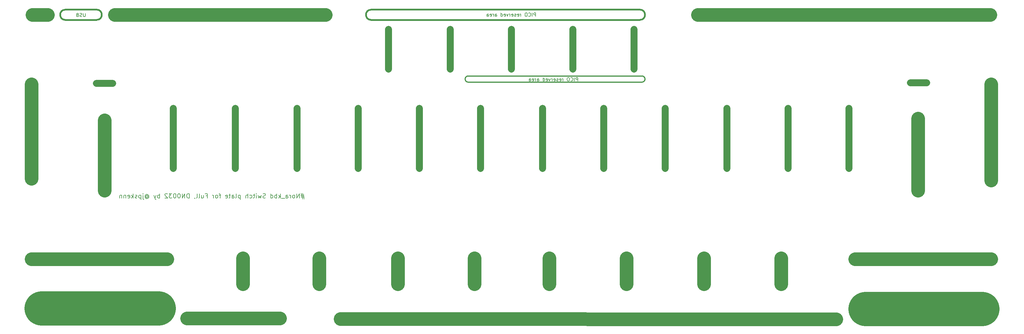
<source format=gbo>
%TF.GenerationSoftware,KiCad,Pcbnew,(6.0.1-0)*%
%TF.CreationDate,2022-02-13T11:08:50+09:00*%
%TF.ProjectId,keyplate,6b657970-6c61-4746-952e-6b696361645f,rev?*%
%TF.SameCoordinates,Original*%
%TF.FileFunction,Legend,Bot*%
%TF.FilePolarity,Positive*%
%FSLAX46Y46*%
G04 Gerber Fmt 4.6, Leading zero omitted, Abs format (unit mm)*
G04 Created by KiCad (PCBNEW (6.0.1-0)) date 2022-02-13 11:08:50*
%MOMM*%
%LPD*%
G01*
G04 APERTURE LIST*
%ADD10C,2.000000*%
%ADD11C,4.000000*%
%ADD12C,0.500000*%
%ADD13C,0.300000*%
%ADD14C,10.000000*%
%ADD15C,0.150000*%
G04 APERTURE END LIST*
D10*
X139800000Y-25000000D02*
X139800000Y-36600000D01*
X59300000Y-48050000D02*
X59300000Y-65550000D01*
D11*
X211776553Y-20759719D02*
X296776553Y-20759719D01*
D10*
X157600000Y-25000000D02*
X157600000Y-36600000D01*
D11*
X213500000Y-91750000D02*
X213500000Y-99250000D01*
X124500000Y-91750000D02*
X124500000Y-99250000D01*
D12*
X194900000Y-22259719D02*
G75*
G03*
X194900000Y-19259719I0J1500000D01*
G01*
D10*
X166600000Y-48050000D02*
X166600000Y-65550000D01*
X36875000Y-40750000D02*
X41625000Y-40750000D01*
D12*
X36976553Y-22259719D02*
G75*
G03*
X36976553Y-19259719I0J1500000D01*
G01*
D13*
X195499124Y-38600000D02*
X145100000Y-38595013D01*
D11*
X275776553Y-51009719D02*
X275776553Y-72009719D01*
X297000000Y-92000000D02*
X257500000Y-92000000D01*
D10*
X130800000Y-48050000D02*
X130800000Y-65550000D01*
D11*
X101646553Y-91750000D02*
X101646553Y-99250000D01*
X236000000Y-91750000D02*
X236000000Y-99250000D01*
D14*
X20975000Y-106379719D02*
X55025000Y-106379719D01*
D11*
X18026553Y-41009719D02*
X18026553Y-68509719D01*
X146800000Y-91750000D02*
X146800000Y-99250000D01*
D12*
X27876553Y-22259719D02*
X36976553Y-22259719D01*
X116776553Y-19259719D02*
G75*
G03*
X116776553Y-22259719I0J-1500000D01*
G01*
D10*
X273525000Y-40600000D02*
X278275000Y-40600000D01*
X193200000Y-25000000D02*
X193200000Y-36600000D01*
D13*
X145100000Y-38595013D02*
G75*
G03*
X145000588Y-40398251I-89943J-899401D01*
G01*
D14*
X260500000Y-106500000D02*
X294500000Y-106500000D01*
D11*
X90250000Y-109250000D02*
X63250000Y-109250000D01*
X191000000Y-91750000D02*
X191000000Y-99250000D01*
D10*
X238000000Y-48050000D02*
X238000000Y-65550000D01*
D12*
X116776553Y-19259719D02*
X194900000Y-19259719D01*
D11*
X107846553Y-109379719D02*
X252000000Y-109500000D01*
D10*
X77276553Y-48050000D02*
X77276553Y-65550000D01*
X121800000Y-25000000D02*
X121800000Y-36600000D01*
X95250000Y-48050000D02*
X95250000Y-65550000D01*
X113000000Y-48050000D02*
X113000000Y-65550000D01*
D12*
X116776553Y-22259719D02*
X194900000Y-22259719D01*
D10*
X255700000Y-48050000D02*
X255700000Y-65550000D01*
X202250000Y-48050000D02*
X202250000Y-65550000D01*
D11*
X39276553Y-51509719D02*
X39276553Y-72009719D01*
X168600000Y-91750000D02*
X168600000Y-99250000D01*
D13*
X145000588Y-40398251D02*
X195450297Y-40400010D01*
D11*
X42250000Y-20759719D02*
X103526553Y-20759719D01*
D12*
X27876553Y-19259719D02*
G75*
G03*
X27876553Y-22259719I0J-1500000D01*
G01*
D11*
X297026553Y-41009719D02*
X297026553Y-69000000D01*
D10*
X220250000Y-48050000D02*
X220250000Y-65550000D01*
D11*
X57500000Y-92000000D02*
X18000000Y-92000000D01*
D10*
X148600000Y-48050000D02*
X148600000Y-65550000D01*
D13*
X195450297Y-40400009D02*
G75*
G03*
X195499124Y-38600000I49353J899328D01*
G01*
D11*
X18263277Y-20750000D02*
X22736724Y-20750000D01*
X79500000Y-91750000D02*
X79500000Y-99250000D01*
D10*
X184400000Y-48050000D02*
X184400000Y-65550000D01*
D12*
X27876553Y-19259719D02*
X36976553Y-19259719D01*
D10*
X175400000Y-25000000D02*
X175400000Y-36600000D01*
D15*
X176864404Y-40052380D02*
X176864404Y-39052380D01*
X176483452Y-39052380D01*
X176388214Y-39100000D01*
X176340595Y-39147619D01*
X176292976Y-39242857D01*
X176292976Y-39385714D01*
X176340595Y-39480952D01*
X176388214Y-39528571D01*
X176483452Y-39576190D01*
X176864404Y-39576190D01*
X175864404Y-40052380D02*
X175864404Y-39052380D01*
X174816785Y-39957142D02*
X174864404Y-40004761D01*
X175007261Y-40052380D01*
X175102500Y-40052380D01*
X175245357Y-40004761D01*
X175340595Y-39909523D01*
X175388214Y-39814285D01*
X175435833Y-39623809D01*
X175435833Y-39480952D01*
X175388214Y-39290476D01*
X175340595Y-39195238D01*
X175245357Y-39100000D01*
X175102500Y-39052380D01*
X175007261Y-39052380D01*
X174864404Y-39100000D01*
X174816785Y-39147619D01*
X174197738Y-39052380D02*
X174007261Y-39052380D01*
X173912023Y-39100000D01*
X173816785Y-39195238D01*
X173769166Y-39385714D01*
X173769166Y-39719047D01*
X173816785Y-39909523D01*
X173912023Y-40004761D01*
X174007261Y-40052380D01*
X174197738Y-40052380D01*
X174292976Y-40004761D01*
X174388214Y-39909523D01*
X174435833Y-39719047D01*
X174435833Y-39385714D01*
X174388214Y-39195238D01*
X174292976Y-39100000D01*
X174197738Y-39052380D01*
X172578690Y-40052380D02*
X172578690Y-39385714D01*
X172578690Y-39576190D02*
X172531071Y-39480952D01*
X172483452Y-39433333D01*
X172388214Y-39385714D01*
X172292976Y-39385714D01*
X171578690Y-40004761D02*
X171673928Y-40052380D01*
X171864404Y-40052380D01*
X171959642Y-40004761D01*
X172007261Y-39909523D01*
X172007261Y-39528571D01*
X171959642Y-39433333D01*
X171864404Y-39385714D01*
X171673928Y-39385714D01*
X171578690Y-39433333D01*
X171531071Y-39528571D01*
X171531071Y-39623809D01*
X172007261Y-39719047D01*
X171150119Y-40004761D02*
X171054880Y-40052380D01*
X170864404Y-40052380D01*
X170769166Y-40004761D01*
X170721547Y-39909523D01*
X170721547Y-39861904D01*
X170769166Y-39766666D01*
X170864404Y-39719047D01*
X171007261Y-39719047D01*
X171102500Y-39671428D01*
X171150119Y-39576190D01*
X171150119Y-39528571D01*
X171102500Y-39433333D01*
X171007261Y-39385714D01*
X170864404Y-39385714D01*
X170769166Y-39433333D01*
X169912023Y-40004761D02*
X170007261Y-40052380D01*
X170197738Y-40052380D01*
X170292976Y-40004761D01*
X170340595Y-39909523D01*
X170340595Y-39528571D01*
X170292976Y-39433333D01*
X170197738Y-39385714D01*
X170007261Y-39385714D01*
X169912023Y-39433333D01*
X169864404Y-39528571D01*
X169864404Y-39623809D01*
X170340595Y-39719047D01*
X169435833Y-40052380D02*
X169435833Y-39385714D01*
X169435833Y-39576190D02*
X169388214Y-39480952D01*
X169340595Y-39433333D01*
X169245357Y-39385714D01*
X169150119Y-39385714D01*
X168912023Y-39385714D02*
X168673928Y-40052380D01*
X168435833Y-39385714D01*
X167673928Y-40004761D02*
X167769166Y-40052380D01*
X167959642Y-40052380D01*
X168054880Y-40004761D01*
X168102500Y-39909523D01*
X168102500Y-39528571D01*
X168054880Y-39433333D01*
X167959642Y-39385714D01*
X167769166Y-39385714D01*
X167673928Y-39433333D01*
X167626309Y-39528571D01*
X167626309Y-39623809D01*
X168102500Y-39719047D01*
X166769166Y-40052380D02*
X166769166Y-39052380D01*
X166769166Y-40004761D02*
X166864404Y-40052380D01*
X167054880Y-40052380D01*
X167150119Y-40004761D01*
X167197738Y-39957142D01*
X167245357Y-39861904D01*
X167245357Y-39576190D01*
X167197738Y-39480952D01*
X167150119Y-39433333D01*
X167054880Y-39385714D01*
X166864404Y-39385714D01*
X166769166Y-39433333D01*
X165102500Y-40052380D02*
X165102500Y-39528571D01*
X165150119Y-39433333D01*
X165245357Y-39385714D01*
X165435833Y-39385714D01*
X165531071Y-39433333D01*
X165102500Y-40004761D02*
X165197738Y-40052380D01*
X165435833Y-40052380D01*
X165531071Y-40004761D01*
X165578690Y-39909523D01*
X165578690Y-39814285D01*
X165531071Y-39719047D01*
X165435833Y-39671428D01*
X165197738Y-39671428D01*
X165102500Y-39623809D01*
X164626309Y-40052380D02*
X164626309Y-39385714D01*
X164626309Y-39576190D02*
X164578690Y-39480952D01*
X164531071Y-39433333D01*
X164435833Y-39385714D01*
X164340595Y-39385714D01*
X163626309Y-40004761D02*
X163721547Y-40052380D01*
X163912023Y-40052380D01*
X164007261Y-40004761D01*
X164054880Y-39909523D01*
X164054880Y-39528571D01*
X164007261Y-39433333D01*
X163912023Y-39385714D01*
X163721547Y-39385714D01*
X163626309Y-39433333D01*
X163578690Y-39528571D01*
X163578690Y-39623809D01*
X164054880Y-39719047D01*
X162721547Y-40052380D02*
X162721547Y-39528571D01*
X162769166Y-39433333D01*
X162864404Y-39385714D01*
X163054880Y-39385714D01*
X163150119Y-39433333D01*
X162721547Y-40004761D02*
X162816785Y-40052380D01*
X163054880Y-40052380D01*
X163150119Y-40004761D01*
X163197738Y-39909523D01*
X163197738Y-39814285D01*
X163150119Y-39719047D01*
X163054880Y-39671428D01*
X162816785Y-39671428D01*
X162721547Y-39623809D01*
X33688457Y-20312099D02*
X33688457Y-21121623D01*
X33640838Y-21216861D01*
X33593219Y-21264480D01*
X33497981Y-21312099D01*
X33307505Y-21312099D01*
X33212267Y-21264480D01*
X33164648Y-21216861D01*
X33117029Y-21121623D01*
X33117029Y-20312099D01*
X32688457Y-21264480D02*
X32545600Y-21312099D01*
X32307505Y-21312099D01*
X32212267Y-21264480D01*
X32164648Y-21216861D01*
X32117029Y-21121623D01*
X32117029Y-21026385D01*
X32164648Y-20931147D01*
X32212267Y-20883528D01*
X32307505Y-20835909D01*
X32497981Y-20788290D01*
X32593219Y-20740671D01*
X32640838Y-20693052D01*
X32688457Y-20597814D01*
X32688457Y-20502576D01*
X32640838Y-20407338D01*
X32593219Y-20359719D01*
X32497981Y-20312099D01*
X32259886Y-20312099D01*
X32117029Y-20359719D01*
X31355124Y-20788290D02*
X31212267Y-20835909D01*
X31164648Y-20883528D01*
X31117029Y-20978766D01*
X31117029Y-21121623D01*
X31164648Y-21216861D01*
X31212267Y-21264480D01*
X31307505Y-21312099D01*
X31688457Y-21312099D01*
X31688457Y-20312099D01*
X31355124Y-20312099D01*
X31259886Y-20359719D01*
X31212267Y-20407338D01*
X31164648Y-20502576D01*
X31164648Y-20597814D01*
X31212267Y-20693052D01*
X31259886Y-20740671D01*
X31355124Y-20788290D01*
X31688457Y-20788290D01*
X97254880Y-73321428D02*
X96326309Y-73321428D01*
X96883452Y-72764285D02*
X97254880Y-74435714D01*
X96450119Y-73878571D02*
X97378690Y-73878571D01*
X96821547Y-74435714D02*
X96450119Y-72764285D01*
X95892976Y-74188095D02*
X95892976Y-72888095D01*
X95150119Y-74188095D01*
X95150119Y-72888095D01*
X94345357Y-74188095D02*
X94469166Y-74126190D01*
X94531071Y-74064285D01*
X94592976Y-73940476D01*
X94592976Y-73569047D01*
X94531071Y-73445238D01*
X94469166Y-73383333D01*
X94345357Y-73321428D01*
X94159642Y-73321428D01*
X94035833Y-73383333D01*
X93973928Y-73445238D01*
X93912023Y-73569047D01*
X93912023Y-73940476D01*
X93973928Y-74064285D01*
X94035833Y-74126190D01*
X94159642Y-74188095D01*
X94345357Y-74188095D01*
X93354880Y-74188095D02*
X93354880Y-73321428D01*
X93354880Y-73569047D02*
X93292976Y-73445238D01*
X93231071Y-73383333D01*
X93107261Y-73321428D01*
X92983452Y-73321428D01*
X91992976Y-74188095D02*
X91992976Y-73507142D01*
X92054880Y-73383333D01*
X92178690Y-73321428D01*
X92426309Y-73321428D01*
X92550119Y-73383333D01*
X91992976Y-74126190D02*
X92116785Y-74188095D01*
X92426309Y-74188095D01*
X92550119Y-74126190D01*
X92612023Y-74002380D01*
X92612023Y-73878571D01*
X92550119Y-73754761D01*
X92426309Y-73692857D01*
X92116785Y-73692857D01*
X91992976Y-73630952D01*
X91683452Y-74311904D02*
X90692976Y-74311904D01*
X90383452Y-74188095D02*
X90383452Y-72888095D01*
X90259642Y-73692857D02*
X89888214Y-74188095D01*
X89888214Y-73321428D02*
X90383452Y-73816666D01*
X89331071Y-74188095D02*
X89331071Y-72888095D01*
X89331071Y-73383333D02*
X89207261Y-73321428D01*
X88959642Y-73321428D01*
X88835833Y-73383333D01*
X88773928Y-73445238D01*
X88712023Y-73569047D01*
X88712023Y-73940476D01*
X88773928Y-74064285D01*
X88835833Y-74126190D01*
X88959642Y-74188095D01*
X89207261Y-74188095D01*
X89331071Y-74126190D01*
X87597738Y-74188095D02*
X87597738Y-72888095D01*
X87597738Y-74126190D02*
X87721547Y-74188095D01*
X87969166Y-74188095D01*
X88092976Y-74126190D01*
X88154880Y-74064285D01*
X88216785Y-73940476D01*
X88216785Y-73569047D01*
X88154880Y-73445238D01*
X88092976Y-73383333D01*
X87969166Y-73321428D01*
X87721547Y-73321428D01*
X87597738Y-73383333D01*
X86050119Y-74126190D02*
X85864404Y-74188095D01*
X85554880Y-74188095D01*
X85431071Y-74126190D01*
X85369166Y-74064285D01*
X85307261Y-73940476D01*
X85307261Y-73816666D01*
X85369166Y-73692857D01*
X85431071Y-73630952D01*
X85554880Y-73569047D01*
X85802499Y-73507142D01*
X85926309Y-73445238D01*
X85988214Y-73383333D01*
X86050119Y-73259523D01*
X86050119Y-73135714D01*
X85988214Y-73011904D01*
X85926309Y-72950000D01*
X85802499Y-72888095D01*
X85492976Y-72888095D01*
X85307261Y-72950000D01*
X84873928Y-73321428D02*
X84626309Y-74188095D01*
X84378690Y-73569047D01*
X84131071Y-74188095D01*
X83883452Y-73321428D01*
X83388214Y-74188095D02*
X83388214Y-73321428D01*
X83388214Y-72888095D02*
X83450119Y-72950000D01*
X83388214Y-73011904D01*
X83326309Y-72950000D01*
X83388214Y-72888095D01*
X83388214Y-73011904D01*
X82954880Y-73321428D02*
X82459642Y-73321428D01*
X82769166Y-72888095D02*
X82769166Y-74002380D01*
X82707261Y-74126190D01*
X82583452Y-74188095D01*
X82459642Y-74188095D01*
X81469166Y-74126190D02*
X81592976Y-74188095D01*
X81840595Y-74188095D01*
X81964404Y-74126190D01*
X82026309Y-74064285D01*
X82088214Y-73940476D01*
X82088214Y-73569047D01*
X82026309Y-73445238D01*
X81964404Y-73383333D01*
X81840595Y-73321428D01*
X81592976Y-73321428D01*
X81469166Y-73383333D01*
X80912023Y-74188095D02*
X80912023Y-72888095D01*
X80354880Y-74188095D02*
X80354880Y-73507142D01*
X80416785Y-73383333D01*
X80540595Y-73321428D01*
X80726309Y-73321428D01*
X80850119Y-73383333D01*
X80912023Y-73445238D01*
X78745357Y-73321428D02*
X78745357Y-74621428D01*
X78745357Y-73383333D02*
X78621547Y-73321428D01*
X78373928Y-73321428D01*
X78250119Y-73383333D01*
X78188214Y-73445238D01*
X78126309Y-73569047D01*
X78126309Y-73940476D01*
X78188214Y-74064285D01*
X78250119Y-74126190D01*
X78373928Y-74188095D01*
X78621547Y-74188095D01*
X78745357Y-74126190D01*
X77383452Y-74188095D02*
X77507261Y-74126190D01*
X77569166Y-74002380D01*
X77569166Y-72888095D01*
X76331071Y-74188095D02*
X76331071Y-73507142D01*
X76392976Y-73383333D01*
X76516785Y-73321428D01*
X76764404Y-73321428D01*
X76888214Y-73383333D01*
X76331071Y-74126190D02*
X76454880Y-74188095D01*
X76764404Y-74188095D01*
X76888214Y-74126190D01*
X76950119Y-74002380D01*
X76950119Y-73878571D01*
X76888214Y-73754761D01*
X76764404Y-73692857D01*
X76454880Y-73692857D01*
X76331071Y-73630952D01*
X75897738Y-73321428D02*
X75402499Y-73321428D01*
X75712023Y-72888095D02*
X75712023Y-74002380D01*
X75650119Y-74126190D01*
X75526309Y-74188095D01*
X75402499Y-74188095D01*
X74473928Y-74126190D02*
X74597738Y-74188095D01*
X74845357Y-74188095D01*
X74969166Y-74126190D01*
X75031071Y-74002380D01*
X75031071Y-73507142D01*
X74969166Y-73383333D01*
X74845357Y-73321428D01*
X74597738Y-73321428D01*
X74473928Y-73383333D01*
X74412023Y-73507142D01*
X74412023Y-73630952D01*
X75031071Y-73754761D01*
X73050119Y-73321428D02*
X72554880Y-73321428D01*
X72864404Y-74188095D02*
X72864404Y-73073809D01*
X72802499Y-72950000D01*
X72678690Y-72888095D01*
X72554880Y-72888095D01*
X71935833Y-74188095D02*
X72059642Y-74126190D01*
X72121547Y-74064285D01*
X72183452Y-73940476D01*
X72183452Y-73569047D01*
X72121547Y-73445238D01*
X72059642Y-73383333D01*
X71935833Y-73321428D01*
X71750119Y-73321428D01*
X71626309Y-73383333D01*
X71564404Y-73445238D01*
X71502499Y-73569047D01*
X71502499Y-73940476D01*
X71564404Y-74064285D01*
X71626309Y-74126190D01*
X71750119Y-74188095D01*
X71935833Y-74188095D01*
X70945357Y-74188095D02*
X70945357Y-73321428D01*
X70945357Y-73569047D02*
X70883452Y-73445238D01*
X70821547Y-73383333D01*
X70697738Y-73321428D01*
X70573928Y-73321428D01*
X68716785Y-73507142D02*
X69150119Y-73507142D01*
X69150119Y-74188095D02*
X69150119Y-72888095D01*
X68531071Y-72888095D01*
X67478690Y-73321428D02*
X67478690Y-74188095D01*
X68035833Y-73321428D02*
X68035833Y-74002380D01*
X67973928Y-74126190D01*
X67850119Y-74188095D01*
X67664404Y-74188095D01*
X67540595Y-74126190D01*
X67478690Y-74064285D01*
X66673928Y-74188095D02*
X66797738Y-74126190D01*
X66859642Y-74002380D01*
X66859642Y-72888095D01*
X65992976Y-74188095D02*
X66116785Y-74126190D01*
X66178690Y-74002380D01*
X66178690Y-72888095D01*
X65435833Y-74126190D02*
X65435833Y-74188095D01*
X65497738Y-74311904D01*
X65559642Y-74373809D01*
X63888214Y-74188095D02*
X63888214Y-72888095D01*
X63578690Y-72888095D01*
X63392976Y-72950000D01*
X63269166Y-73073809D01*
X63207261Y-73197619D01*
X63145357Y-73445238D01*
X63145357Y-73630952D01*
X63207261Y-73878571D01*
X63269166Y-74002380D01*
X63392976Y-74126190D01*
X63578690Y-74188095D01*
X63888214Y-74188095D01*
X62588214Y-74188095D02*
X62588214Y-72888095D01*
X61845357Y-74188095D01*
X61845357Y-72888095D01*
X60978690Y-72888095D02*
X60854880Y-72888095D01*
X60731071Y-72950000D01*
X60669166Y-73011904D01*
X60607261Y-73135714D01*
X60545357Y-73383333D01*
X60545357Y-73692857D01*
X60607261Y-73940476D01*
X60669166Y-74064285D01*
X60731071Y-74126190D01*
X60854880Y-74188095D01*
X60978690Y-74188095D01*
X61102499Y-74126190D01*
X61164404Y-74064285D01*
X61226309Y-73940476D01*
X61288214Y-73692857D01*
X61288214Y-73383333D01*
X61226309Y-73135714D01*
X61164404Y-73011904D01*
X61102499Y-72950000D01*
X60978690Y-72888095D01*
X59740595Y-72888095D02*
X59616785Y-72888095D01*
X59492976Y-72950000D01*
X59431071Y-73011904D01*
X59369166Y-73135714D01*
X59307261Y-73383333D01*
X59307261Y-73692857D01*
X59369166Y-73940476D01*
X59431071Y-74064285D01*
X59492976Y-74126190D01*
X59616785Y-74188095D01*
X59740595Y-74188095D01*
X59864404Y-74126190D01*
X59926309Y-74064285D01*
X59988214Y-73940476D01*
X60050119Y-73692857D01*
X60050119Y-73383333D01*
X59988214Y-73135714D01*
X59926309Y-73011904D01*
X59864404Y-72950000D01*
X59740595Y-72888095D01*
X58873928Y-72888095D02*
X58069166Y-72888095D01*
X58502499Y-73383333D01*
X58316785Y-73383333D01*
X58192976Y-73445238D01*
X58131071Y-73507142D01*
X58069166Y-73630952D01*
X58069166Y-73940476D01*
X58131071Y-74064285D01*
X58192976Y-74126190D01*
X58316785Y-74188095D01*
X58688214Y-74188095D01*
X58812023Y-74126190D01*
X58873928Y-74064285D01*
X57573928Y-73011904D02*
X57512023Y-72950000D01*
X57388214Y-72888095D01*
X57078690Y-72888095D01*
X56954880Y-72950000D01*
X56892976Y-73011904D01*
X56831071Y-73135714D01*
X56831071Y-73259523D01*
X56892976Y-73445238D01*
X57635833Y-74188095D01*
X56831071Y-74188095D01*
X55283452Y-74188095D02*
X55283452Y-72888095D01*
X55283452Y-73383333D02*
X55159642Y-73321428D01*
X54912023Y-73321428D01*
X54788214Y-73383333D01*
X54726309Y-73445238D01*
X54664404Y-73569047D01*
X54664404Y-73940476D01*
X54726309Y-74064285D01*
X54788214Y-74126190D01*
X54912023Y-74188095D01*
X55159642Y-74188095D01*
X55283452Y-74126190D01*
X54231071Y-73321428D02*
X53921547Y-74188095D01*
X53612023Y-73321428D02*
X53921547Y-74188095D01*
X54045357Y-74497619D01*
X54107261Y-74559523D01*
X54231071Y-74621428D01*
X51321547Y-73569047D02*
X51383452Y-73507142D01*
X51507261Y-73445238D01*
X51631071Y-73445238D01*
X51754880Y-73507142D01*
X51816785Y-73569047D01*
X51878690Y-73692857D01*
X51878690Y-73816666D01*
X51816785Y-73940476D01*
X51754880Y-74002380D01*
X51631071Y-74064285D01*
X51507261Y-74064285D01*
X51383452Y-74002380D01*
X51321547Y-73940476D01*
X51321547Y-73445238D02*
X51321547Y-73940476D01*
X51259642Y-74002380D01*
X51197738Y-74002380D01*
X51073928Y-73940476D01*
X51012023Y-73816666D01*
X51012023Y-73507142D01*
X51135833Y-73321428D01*
X51321547Y-73197619D01*
X51569166Y-73135714D01*
X51816785Y-73197619D01*
X52002499Y-73321428D01*
X52126309Y-73507142D01*
X52188214Y-73754761D01*
X52126309Y-74002380D01*
X52002499Y-74188095D01*
X51816785Y-74311904D01*
X51569166Y-74373809D01*
X51321547Y-74311904D01*
X51135833Y-74188095D01*
X50454880Y-73321428D02*
X50454880Y-74435714D01*
X50516785Y-74559523D01*
X50640595Y-74621428D01*
X50702499Y-74621428D01*
X50454880Y-72888095D02*
X50516785Y-72950000D01*
X50454880Y-73011904D01*
X50392976Y-72950000D01*
X50454880Y-72888095D01*
X50454880Y-73011904D01*
X49835833Y-73321428D02*
X49835833Y-74621428D01*
X49835833Y-73383333D02*
X49712023Y-73321428D01*
X49464404Y-73321428D01*
X49340595Y-73383333D01*
X49278690Y-73445238D01*
X49216785Y-73569047D01*
X49216785Y-73940476D01*
X49278690Y-74064285D01*
X49340595Y-74126190D01*
X49464404Y-74188095D01*
X49712023Y-74188095D01*
X49835833Y-74126190D01*
X48721547Y-74126190D02*
X48597738Y-74188095D01*
X48350119Y-74188095D01*
X48226309Y-74126190D01*
X48164404Y-74002380D01*
X48164404Y-73940476D01*
X48226309Y-73816666D01*
X48350119Y-73754761D01*
X48535833Y-73754761D01*
X48659642Y-73692857D01*
X48721547Y-73569047D01*
X48721547Y-73507142D01*
X48659642Y-73383333D01*
X48535833Y-73321428D01*
X48350119Y-73321428D01*
X48226309Y-73383333D01*
X47607261Y-74188095D02*
X47607261Y-72888095D01*
X47483452Y-73692857D02*
X47112023Y-74188095D01*
X47112023Y-73321428D02*
X47607261Y-73816666D01*
X46059642Y-74126190D02*
X46183452Y-74188095D01*
X46431071Y-74188095D01*
X46554880Y-74126190D01*
X46616785Y-74002380D01*
X46616785Y-73507142D01*
X46554880Y-73383333D01*
X46431071Y-73321428D01*
X46183452Y-73321428D01*
X46059642Y-73383333D01*
X45997738Y-73507142D01*
X45997738Y-73630952D01*
X46616785Y-73754761D01*
X45440595Y-73321428D02*
X45440595Y-74188095D01*
X45440595Y-73445238D02*
X45378690Y-73383333D01*
X45254880Y-73321428D01*
X45069166Y-73321428D01*
X44945357Y-73383333D01*
X44883452Y-73507142D01*
X44883452Y-74188095D01*
X44264404Y-73321428D02*
X44264404Y-74188095D01*
X44264404Y-73445238D02*
X44202499Y-73383333D01*
X44078690Y-73321428D01*
X43892976Y-73321428D01*
X43769166Y-73383333D01*
X43707261Y-73507142D01*
X43707261Y-74188095D01*
X164597981Y-21212099D02*
X164597981Y-20212099D01*
X164217029Y-20212099D01*
X164121791Y-20259719D01*
X164074172Y-20307338D01*
X164026553Y-20402576D01*
X164026553Y-20545433D01*
X164074172Y-20640671D01*
X164121791Y-20688290D01*
X164217029Y-20735909D01*
X164597981Y-20735909D01*
X163597981Y-21212099D02*
X163597981Y-20212099D01*
X162550362Y-21116861D02*
X162597981Y-21164480D01*
X162740838Y-21212099D01*
X162836076Y-21212099D01*
X162978933Y-21164480D01*
X163074172Y-21069242D01*
X163121791Y-20974004D01*
X163169410Y-20783528D01*
X163169410Y-20640671D01*
X163121791Y-20450195D01*
X163074172Y-20354957D01*
X162978933Y-20259719D01*
X162836076Y-20212099D01*
X162740838Y-20212099D01*
X162597981Y-20259719D01*
X162550362Y-20307338D01*
X161931314Y-20212099D02*
X161740838Y-20212099D01*
X161645600Y-20259719D01*
X161550362Y-20354957D01*
X161502743Y-20545433D01*
X161502743Y-20878766D01*
X161550362Y-21069242D01*
X161645600Y-21164480D01*
X161740838Y-21212099D01*
X161931314Y-21212099D01*
X162026553Y-21164480D01*
X162121791Y-21069242D01*
X162169410Y-20878766D01*
X162169410Y-20545433D01*
X162121791Y-20354957D01*
X162026553Y-20259719D01*
X161931314Y-20212099D01*
X160312267Y-21212099D02*
X160312267Y-20545433D01*
X160312267Y-20735909D02*
X160264648Y-20640671D01*
X160217029Y-20593052D01*
X160121791Y-20545433D01*
X160026553Y-20545433D01*
X159312267Y-21164480D02*
X159407505Y-21212099D01*
X159597981Y-21212099D01*
X159693219Y-21164480D01*
X159740838Y-21069242D01*
X159740838Y-20688290D01*
X159693219Y-20593052D01*
X159597981Y-20545433D01*
X159407505Y-20545433D01*
X159312267Y-20593052D01*
X159264648Y-20688290D01*
X159264648Y-20783528D01*
X159740838Y-20878766D01*
X158883695Y-21164480D02*
X158788457Y-21212099D01*
X158597981Y-21212099D01*
X158502743Y-21164480D01*
X158455124Y-21069242D01*
X158455124Y-21021623D01*
X158502743Y-20926385D01*
X158597981Y-20878766D01*
X158740838Y-20878766D01*
X158836076Y-20831147D01*
X158883695Y-20735909D01*
X158883695Y-20688290D01*
X158836076Y-20593052D01*
X158740838Y-20545433D01*
X158597981Y-20545433D01*
X158502743Y-20593052D01*
X157645600Y-21164480D02*
X157740838Y-21212099D01*
X157931314Y-21212099D01*
X158026553Y-21164480D01*
X158074172Y-21069242D01*
X158074172Y-20688290D01*
X158026553Y-20593052D01*
X157931314Y-20545433D01*
X157740838Y-20545433D01*
X157645600Y-20593052D01*
X157597981Y-20688290D01*
X157597981Y-20783528D01*
X158074172Y-20878766D01*
X157169410Y-21212099D02*
X157169410Y-20545433D01*
X157169410Y-20735909D02*
X157121791Y-20640671D01*
X157074172Y-20593052D01*
X156978933Y-20545433D01*
X156883695Y-20545433D01*
X156645600Y-20545433D02*
X156407505Y-21212099D01*
X156169410Y-20545433D01*
X155407505Y-21164480D02*
X155502743Y-21212099D01*
X155693219Y-21212099D01*
X155788457Y-21164480D01*
X155836076Y-21069242D01*
X155836076Y-20688290D01*
X155788457Y-20593052D01*
X155693219Y-20545433D01*
X155502743Y-20545433D01*
X155407505Y-20593052D01*
X155359886Y-20688290D01*
X155359886Y-20783528D01*
X155836076Y-20878766D01*
X154502743Y-21212099D02*
X154502743Y-20212099D01*
X154502743Y-21164480D02*
X154597981Y-21212099D01*
X154788457Y-21212099D01*
X154883695Y-21164480D01*
X154931314Y-21116861D01*
X154978933Y-21021623D01*
X154978933Y-20735909D01*
X154931314Y-20640671D01*
X154883695Y-20593052D01*
X154788457Y-20545433D01*
X154597981Y-20545433D01*
X154502743Y-20593052D01*
X152836076Y-21212099D02*
X152836076Y-20688290D01*
X152883695Y-20593052D01*
X152978933Y-20545433D01*
X153169410Y-20545433D01*
X153264648Y-20593052D01*
X152836076Y-21164480D02*
X152931314Y-21212099D01*
X153169410Y-21212099D01*
X153264648Y-21164480D01*
X153312267Y-21069242D01*
X153312267Y-20974004D01*
X153264648Y-20878766D01*
X153169410Y-20831147D01*
X152931314Y-20831147D01*
X152836076Y-20783528D01*
X152359886Y-21212099D02*
X152359886Y-20545433D01*
X152359886Y-20735909D02*
X152312267Y-20640671D01*
X152264648Y-20593052D01*
X152169410Y-20545433D01*
X152074172Y-20545433D01*
X151359886Y-21164480D02*
X151455124Y-21212099D01*
X151645600Y-21212099D01*
X151740838Y-21164480D01*
X151788457Y-21069242D01*
X151788457Y-20688290D01*
X151740838Y-20593052D01*
X151645600Y-20545433D01*
X151455124Y-20545433D01*
X151359886Y-20593052D01*
X151312267Y-20688290D01*
X151312267Y-20783528D01*
X151788457Y-20878766D01*
X150455124Y-21212099D02*
X150455124Y-20688290D01*
X150502743Y-20593052D01*
X150597981Y-20545433D01*
X150788457Y-20545433D01*
X150883695Y-20593052D01*
X150455124Y-21164480D02*
X150550362Y-21212099D01*
X150788457Y-21212099D01*
X150883695Y-21164480D01*
X150931314Y-21069242D01*
X150931314Y-20974004D01*
X150883695Y-20878766D01*
X150788457Y-20831147D01*
X150550362Y-20831147D01*
X150455124Y-20783528D01*
M02*

</source>
